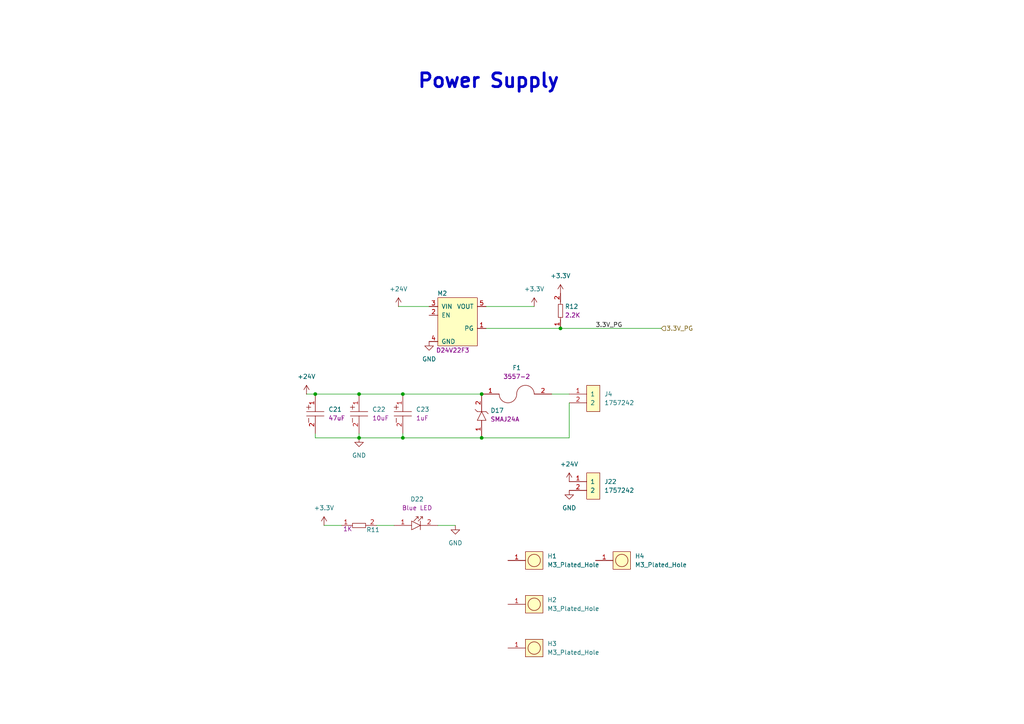
<source format=kicad_sch>
(kicad_sch (version 20231120) (generator "eeschema") (generator_version "8.0")
  (paper "A4")
  (lib_symbols
    (symbol "AVR-KiCAD-Lib-Capacitors:UUQ1H010MCL1GB" (pin_names (offset 1.016))
      (property "Reference" "C" (at -2.54 2.54 0))
      (property "_Value_" "1uF" (at 58.42 63.5 0))
      (symbol "UUQ1H010MCL1GB_0_1"
        (polyline (pts (xy -1.27 -1.27) (xy -1.27 -2.54)))
        (polyline (pts (xy -0.635 -1.905) (xy -1.905 -1.905)))
        (polyline (pts (xy 1.905 -1.905) (xy 3.175 -1.905)))
      )
      (symbol "UUQ1H010MCL1GB_1_1"
        (polyline (pts (xy 0 2.54) (xy 0 -2.54)))
        (polyline (pts (xy 1.27 2.54) (xy 1.27 -2.54)))
        (pin input line (at -5.08 0 0) (length 5.08) (name "~") (number "1"))
        (pin input line (at 6.35 0 180) (length 5.08) (name "~") (number "2"))
      )
    )
    (symbol "AVR-KiCAD-Lib-Capacitors:UUQ1H100MCL1GB" (pin_names (offset 1.016))
      (property "Reference" "C" (at -2.54 2.54 0))
      (property "_Value_" "10uF" (at 58.42 63.5 0))
      (symbol "UUQ1H100MCL1GB_0_1"
        (polyline (pts (xy -1.27 -1.27) (xy -1.27 -2.54)))
        (polyline (pts (xy -0.635 -1.905) (xy -1.905 -1.905)))
        (polyline (pts (xy 1.905 -1.905) (xy 3.175 -1.905)))
      )
      (symbol "UUQ1H100MCL1GB_1_1"
        (polyline (pts (xy 0 2.54) (xy 0 -2.54)))
        (polyline (pts (xy 1.27 2.54) (xy 1.27 -2.54)))
        (pin input line (at -5.08 0 0) (length 5.08) (name "~") (number "1"))
        (pin input line (at 6.35 0 180) (length 5.08) (name "~") (number "2"))
      )
    )
    (symbol "AVR-KiCAD-Lib-Capacitors:UUQ1H470MCL1GS" (pin_names (offset 1.016))
      (property "Reference" "C" (at -2.54 2.54 0))
      (property "_Value_" "47uF" (at 58.42 63.5 0))
      (symbol "UUQ1H470MCL1GS_0_1"
        (polyline (pts (xy -1.27 -1.27) (xy -1.27 -2.54)))
        (polyline (pts (xy -0.635 -1.905) (xy -1.905 -1.905)))
        (polyline (pts (xy 1.905 -1.905) (xy 3.175 -1.905)))
      )
      (symbol "UUQ1H470MCL1GS_1_1"
        (polyline (pts (xy 0 2.54) (xy 0 -2.54)))
        (polyline (pts (xy 1.27 2.54) (xy 1.27 -2.54)))
        (pin input line (at -5.08 0 0) (length 5.08) (name "~") (number "1"))
        (pin input line (at 6.35 0 180) (length 5.08) (name "~") (number "2"))
      )
    )
    (symbol "AVR-KiCAD-Lib-Connectors:1757242" (pin_names (offset 1.016))
      (property "Reference" "J" (at -1.27 -1.27 0))
      (property "Value" "1757242" (at 3.81 -11.43 0))
      (symbol "1757242_0_1"
        (rectangle (start 0 -2.54) (end 3.81 -10.16) (fill (type background)))
      )
      (symbol "1757242_1_1"
        (pin passive line (at -5.08 -5.08 0) (length 5.08) (name "1") (number "1"))
        (pin passive line (at -5.08 -7.62 0) (length 5.08) (name "2") (number "2"))
      )
    )
    (symbol "AVR-KiCAD-Lib-Diodes:LTST-C194TBKT" (pin_names (offset 1.016))
      (property "Reference" "D" (at -2.54 2.54 0))
      (property "_Value_" "Blue LED" (at 58.42 63.5 0))
      (symbol "LTST-C194TBKT_0_1"
        (polyline (pts (xy -0.635 1.27) (xy 0.635 2.54)))
        (polyline (pts (xy 0.635 2.54) (xy 0 2.54)))
        (polyline (pts (xy 0.635 2.54) (xy 0.635 1.905)))
        (polyline (pts (xy 1.27 -1.27) (xy 1.27 1.27)))
        (polyline (pts (xy 1.905 2.54) (xy 1.905 1.905)))
        (polyline (pts (xy 0.635 1.27) (xy 1.905 2.54) (xy 1.27 2.54)))
        (polyline (pts (xy -1.27 1.27) (xy -1.27 -1.27) (xy 1.27 0) (xy -1.27 1.27)))
      )
      (symbol "LTST-C194TBKT_1_1"
        (pin passive line (at -6.35 0 0) (length 5.08) (name "~") (number "1"))
        (pin passive line (at 6.35 0 180) (length 5.08) (name "~") (number "2"))
      )
    )
    (symbol "AVR-KiCAD-Lib-Diodes:SMAJ24A" (pin_names (offset 1.016))
      (property "Reference" "D" (at -2.54 2.54 0))
      (property "_Value_" "SMAJ24A" (at 58.42 63.5 0))
      (symbol "SMAJ24A_0_1"
        (polyline (pts (xy 1.27 -1.27) (xy 0.635 -1.905)))
        (polyline (pts (xy 1.27 1.27) (xy 1.27 -1.27)))
        (polyline (pts (xy 1.27 1.27) (xy 1.905 1.905)))
        (polyline (pts (xy -1.27 1.27) (xy -1.27 -1.27) (xy 1.27 0) (xy -1.27 1.27)))
      )
      (symbol "SMAJ24A_1_1"
        (pin passive line (at -6.35 0 0) (length 5.08) (name "~") (number "1"))
        (pin passive line (at 6.35 0 180) (length 5.08) (name "~") (number "2"))
      )
    )
    (symbol "AVR-KiCAD-Lib-Fuse-Holders:3557-2" (pin_names (offset 1.016))
      (property "Reference" "F" (at -6.35 6.35 0))
      (property "_Value_" "3557-2" (at -3.81 3.81 0))
      (symbol "3557-2_0_1"
        (arc (start -5.08 0) (mid -2.54 -2.529) (end 0 0))
        (arc (start 5.08 0) (mid 2.54 2.529) (end 0 0))
      )
      (symbol "3557-2_1_1"
        (pin passive line (at -10.16 0 0) (length 5.08) (name "~") (number "1"))
        (pin passive line (at 10.16 0 180) (length 5.08) (name "~") (number "2"))
      )
    )
    (symbol "AVR-KiCAD-Lib-Holes_Fasteners:M3_Plated_Hole" (pin_names (offset 1.016))
      (property "Reference" "H" (at -2.54 2.54 0))
      (property "Value" "M3_Plated_Hole" (at 1.27 5.08 0))
      (symbol "M3_Plated_Hole_0_0"
        (rectangle (start 0 2.54) (end 5.08 -2.54) (fill (type background)))
        (circle (center 2.54 0) (radius 1.8034))
      )
      (symbol "M3_Plated_Hole_1_1"
        (pin passive line (at -5.08 0 0) (length 5.08) (name "~") (number "1"))
      )
    )
    (symbol "AVR-KiCAD-Lib-Modules:D24V22F3" (pin_names (offset 1.016))
      (property "Reference" "M" (at 0 15.24 0))
      (property "_Value_" "D24V22F3" (at 5.08 -1.27 0))
      (symbol "D24V22F3_1_1"
        (rectangle (start 0 13.97) (end 11.43 0) (fill (type background)))
        (pin input line (at 13.97 5.08 180) (length 2.54) (name "PG") (number "1"))
        (pin input line (at -2.54 8.89 0) (length 2.54) (name "EN") (number "2"))
        (pin input line (at -2.54 11.43 0) (length 2.54) (name "VIN") (number "3"))
        (pin passive line (at -2.54 1.27 0) (length 2.54) (name "GND") (number "4"))
        (pin output line (at 13.97 11.43 180) (length 2.54) (name "VOUT") (number "5"))
      )
    )
    (symbol "AVR-KiCAD-Lib-Resistors:RC0402FR-071KL" (pin_names (offset 1.016))
      (property "Reference" "R" (at -2.54 2.54 0))
      (property "Value" "RC0402FR-071KL" (at 1.27 5.08 0))
      (property "_Value_" "1K" (at 58.42 63.5 0))
      (symbol "RC0402FR-071KL_0_1"
        (rectangle (start -1.905 0.635) (end 1.905 -0.635))
        (polyline (pts (xy -2.54 0) (xy -1.905 0)))
        (polyline (pts (xy -1.905 0) (xy -1.905 0)))
        (polyline (pts (xy 1.905 0) (xy 1.905 0)))
        (polyline (pts (xy 2.54 0) (xy 1.905 0)))
      )
      (symbol "RC0402FR-071KL_1_1"
        (pin passive line (at -5.08 0 0) (length 2.5146) (name "~") (number "1"))
        (pin passive line (at 5.08 0 180) (length 2.5146) (name "~") (number "2"))
      )
    )
    (symbol "AVR-KiCAD-Lib-Resistors:RC0603FR-072K2L" (pin_names (offset 1.016))
      (property "Reference" "R" (at -2.54 2.54 0))
      (property "Value" "RC0603FR-072K2L" (at 1.27 5.08 0))
      (property "_Value_" "2.2K" (at 58.42 63.5 0))
      (symbol "RC0603FR-072K2L_0_1"
        (rectangle (start -1.905 0.635) (end 1.905 -0.635))
        (polyline (pts (xy -2.54 0) (xy -1.905 0)))
        (polyline (pts (xy -1.905 0) (xy -1.905 0)))
        (polyline (pts (xy 1.905 0) (xy 1.905 0)))
        (polyline (pts (xy 2.54 0) (xy 1.905 0)))
      )
      (symbol "RC0603FR-072K2L_1_1"
        (pin passive line (at -5.08 0 0) (length 2.5146) (name "~") (number "1"))
        (pin passive line (at 5.08 0 180) (length 2.5146) (name "~") (number "2"))
      )
    )
    (symbol "power:+24V" (power) (pin_numbers hide) (pin_names (offset 0) hide)
      (property "Value" "+24V" (at 0 3.556 0))
      (symbol "+24V_0_1"
        (polyline (pts (xy -0.762 1.27) (xy 0 2.54)))
        (polyline (pts (xy 0 0) (xy 0 2.54)))
        (polyline (pts (xy 0 2.54) (xy 0.762 1.27)))
      )
      (symbol "+24V_1_1"
        (pin power_in line (at 0 0 90) (length 0) (name "~") (number "1"))
      )
    )
    (symbol "power:+3.3V" (power) (pin_names (offset 0))
      (property "Value" "+3.3V" (at 0 3.556 0))
      (symbol "+3.3V_0_1"
        (polyline (pts (xy -0.762 1.27) (xy 0 2.54)))
        (polyline (pts (xy 0 0) (xy 0 2.54)))
        (polyline (pts (xy 0 2.54) (xy 0.762 1.27)))
      )
      (symbol "+3.3V_1_1"
        (pin power_in line (at 0 0 90) (length 0) hide (name "+3.3V") (number "1"))
      )
    )
    (symbol "power:GND" (power) (pin_names (offset 0))
      (property "Value" "GND" (at 0 -3.81 0))
      (symbol "GND_0_1"
        (polyline (pts (xy 0 0) (xy 0 -1.27) (xy 1.27 -1.27) (xy 0 -2.54) (xy -1.27 -1.27) (xy 0 -1.27)))
      )
      (symbol "GND_1_1"
        (pin power_in line (at 0 0 270) (length 0) hide (name "GND") (number "1"))
      )
    )
  )
  (junction (at 116.84 127))
  (junction (at 139.7 114.3))
  (junction (at 116.84 114.3))
  (junction (at 139.7 127))
  (junction (at 104.14 114.3))
  (junction (at 91.44 114.3))
  (junction (at 162.56 95.25))
  (junction (at 104.14 127))
  (wire (pts (xy 116.84 114.3) (xy 139.7 114.3)))
  (wire (pts (xy 116.84 127) (xy 139.7 127)))
  (wire (pts (xy 162.56 95.25) (xy 191.77 95.25)))
  (wire (pts (xy 93.98 152.4) (xy 99.06 152.4)))
  (wire (pts (xy 91.44 127) (xy 91.44 125.73)))
  (wire (pts (xy 116.84 127) (xy 116.84 125.73)))
  (wire (pts (xy 104.14 114.3) (xy 116.84 114.3)))
  (wire (pts (xy 132.08 152.4) (xy 127 152.4)))
  (wire (pts (xy 104.14 127) (xy 104.14 125.73)))
  (wire (pts (xy 104.14 127) (xy 116.84 127)))
  (wire (pts (xy 115.57 88.9) (xy 124.46 88.9)))
  (wire (pts (xy 91.44 114.3) (xy 104.14 114.3)))
  (wire (pts (xy 139.7 127) (xy 165.1 127)))
  (wire (pts (xy 140.97 95.25) (xy 162.56 95.25)))
  (wire (pts (xy 109.22 152.4) (xy 114.3 152.4)))
  (wire (pts (xy 91.44 127) (xy 104.14 127)))
  (wire (pts (xy 88.9 114.3) (xy 91.44 114.3)))
  (wire (pts (xy 165.1 127) (xy 165.1 116.84)))
  (wire (pts (xy 140.97 88.9) (xy 154.94 88.9)))
  (wire (pts (xy 160.02 114.3) (xy 165.1 114.3)))
  (text "Power Supply " (at 120.904 25.908 0) (effects (font (size 4 4) (thickness 0.8) (bold yes)) (justify left bottom)))
  (label "3.3V_PG" (at 172.72 95.25 0))
  (hierarchical_label "3.3V_PG" (shape input) (at 191.77 95.25 0))
  (symbol (lib_id "AVR-KiCAD-Lib-Holes_Fasteners:M3_Plated_Hole") (at 152.4 162.56 0) (unit 1)
    (property "Reference" "H1" (at 158.75 161.2899 0) (effects (justify left)))
    (property "Value" "M3_Plated_Hole" (at 158.75 163.8299 0) (effects (justify left)))
    (property "Footprint" "AVR-KiCAD-Lib-Holes_Fasteners:M3_HOLE" (effects (hide yes)))
    (property "Cost QTY: 1" "*" (effects (hide yes)))
    (property "Cost QTY: 1000" "*" (effects (hide yes)))
    (property "Cost QTY: 2500" "*" (effects (hide yes)))
    (property "Cost QTY: 5000" "*" (effects (hide yes)))
    (property "Cost QTY: 10000" "*" (effects (hide yes)))
    (property "MFR" "*" (effects (hide yes)))
    (property "MFR#" "*" (effects (hide yes)))
    (property "Vendor" "*" (effects (hide yes)))
    (property "Vendor #" "*" (effects (hide yes)))
    (property "Designer" "*" (effects (hide yes)))
    (property "Height" "*" (effects (hide yes)))
    (property "Date Created" "*" (effects (hide yes)))
    (property "Date Modified" "*" (effects (hide yes)))
    (property "Lead-Free ?" "*" (effects (hide yes)))
    (property "RoHS Levels" "*" (effects (hide yes)))
    (property "Mounting" "*" (effects (hide yes)))
    (property "Pin Count #" "*" (effects (hide yes)))
    (property "Status" "*" (effects (hide yes)))
    (property "Tolerance" "*" (effects (hide yes)))
    (property "Type" "*" (effects (hide yes)))
    (property "Voltage" "*" (effects (hide yes)))
    (property "Package" "*" (effects (hide yes)))
    (property "_Value_" "M3 Hole" (effects (hide yes)))
    (property "Management_ID" "*" (effects (hide yes)))
    (property "Description_1" "Plated M3 Screw Hole" (effects (hide yes)))
  )
  (symbol (lib_id "AVR-KiCAD-Lib-Fuse-Holders:3557-2") (at 149.86 114.3 0) (unit 1)
    (property "Reference" "F1" (at 149.86 106.68 0))
    (property "Value" "3557-2" (effects (hide yes)))
    (property "Footprint" "AVR-KiCAD-Lib-Fuse-Holders:FUSE_3557-2" (effects (hide yes)))
    (property "Datasheet" "https://www.keyelco.com/userAssets/file/M65p41.pdf" (effects (hide yes)))
    (property "Description" "Fuse Block 30 A 500V 1 Circuit Blade Through Hole" (effects (hide yes)))
    (property "Cost QTY: 1" "1.31000" (effects (hide yes)))
    (property "Cost QTY: 1000" "0.63520" (effects (hide yes)))
    (property "Cost QTY: 2500" "0.53190" (effects (hide yes)))
    (property "Cost QTY: 5000" "0.51110" (effects (hide yes)))
    (property "Cost QTY: 10000" "*" (effects (hide yes)))
    (property "MFR" "Keystone Electronics" (effects (hide yes)))
    (property "MFR#" "3557-2" (effects (hide yes)))
    (property "Vendor" "Digikey" (effects (hide yes)))
    (property "Vendor #" "36-3557-2-ND" (effects (hide yes)))
    (property "Designer" "Adam Vadala-Roth" (effects (hide yes)))
    (property "Height" "7.4mm" (effects (hide yes)))
    (property "Date Created" "10/27/2024" (effects (hide yes)))
    (property "Date Modified" "10/27/2024" (effects (hide yes)))
    (property "Lead-Free ?" "Yes" (effects (hide yes)))
    (property "RoHS Levels" "1" (effects (hide yes)))
    (property "Mounting" "ThroughHole" (effects (hide yes)))
    (property "Pin Count #" "2" (effects (hide yes)))
    (property "Status" "Active" (effects (hide yes)))
    (property "Tolerance" "*" (effects (hide yes)))
    (property "Type" "Fuse Holder" (effects (hide yes)))
    (property "Voltage" "500V" (effects (hide yes)))
    (property "Package" "*" (effects (hide yes)))
    (property "_Value_" "3557-2" (at 149.86 109.22 0))
    (property "Management_ID" "*" (effects (hide yes)))
  )
  (symbol (lib_id "power:+3.3V") (at 162.56 85.09 0) (unit 1)
    (property "Reference" "#PWR036" (effects (hide yes)))
    (property "Value" "+3.3V" (at 162.56 80.01 0))
  )
  (symbol (lib_id "power:+24V") (at 88.9 114.3 0) (unit 1)
    (property "Reference" "#PWR037" (effects (hide yes)))
    (property "Value" "+24V" (at 88.9 109.22 0))
    (property "Description" "Power symbol creates a global label with name \"+24V\"" (effects (hide yes)))
  )
  (symbol (lib_id "AVR-KiCAD-Lib-Modules:D24V22F3") (at 127 100.33 0) (unit 1)
    (property "Reference" "M2" (at 128.27 85.09 0))
    (property "Value" "D24V22F3" (effects (hide yes)))
    (property "Footprint" "AVR-KiCAD-Lib-Modules:D24V22F12" (effects (hide yes)))
    (property "Datasheet" "https://www.pololu.com/product/2857" (effects (hide yes)))
    (property "Description" "DCDC Regulator Module 24-36V IN 3.3VDC OUT" (effects (hide yes)))
    (property "Cost QTY: 1" "11.95 " (effects (hide yes)))
    (property "Cost QTY: 1000" "*" (effects (hide yes)))
    (property "Cost QTY: 2500" "*" (effects (hide yes)))
    (property "Cost QTY: 5000" "*" (effects (hide yes)))
    (property "Cost QTY: 10000" "*" (effects (hide yes)))
    (property "MFR" "Pololu Robotics & Electronics" (effects (hide yes)))
    (property "MFR#" "D24V22F3" (effects (hide yes)))
    (property "Vendor" "Pololu Robotics & Electronics" (effects (hide yes)))
    (property "Vendor #" "D24V22F5" (effects (hide yes)))
    (property "Designer" "Adam Vadala-Roth" (effects (hide yes)))
    (property "Height" "6mm" (effects (hide yes)))
    (property "Date Created" "9/26/2023" (effects (hide yes)))
    (property "Date Modified" "9/26/2023" (effects (hide yes)))
    (property "Lead-Free ?" "Yes" (effects (hide yes)))
    (property "RoHS Levels" "1" (effects (hide yes)))
    (property "Mounting" "ThroughHole" (effects (hide yes)))
    (property "Pin Count #" "5" (effects (hide yes)))
    (property "Status" "Active" (effects (hide yes)))
    (property "Tolerance" "N/A" (effects (hide yes)))
    (property "Type" "Module" (effects (hide yes)))
    (property "Voltage" "36V IN 3.3V OUT" (effects (hide yes)))
    (property "Package" "Proprietary" (effects (hide yes)))
    (property "_Value_" "D24V22F3" (at 131.318 101.6 0))
    (property "Management_ID" "*" (effects (hide yes)))
  )
  (symbol (lib_id "AVR-KiCAD-Lib-Capacitors:UUQ1H100MCL1GB") (at 104.14 119.38 270) (unit 1)
    (property "Reference" "C22" (at 107.95 118.745 90) (effects (justify left)))
    (property "Value" "UUQ1H100MCL1GB" (effects (hide yes)))
    (property "Footprint" "AVR-KiCAD-Lib-Capacitors:CP_Elec_4x5.3" (effects (hide yes)))
    (property "Datasheet" "https://www.nichicon.co.jp/english/products/pdfs/e-uuq.pdf" (effects (hide yes)))
    (property "Description" "10µF 50V Aluminum Electrolytic Capacitors Radial, Can - SMD 1000 Hrs @ 105°C" (effects (hide yes)))
    (property "Cost QTY: 1" "0.72000" (effects (hide yes)))
    (property "Cost QTY: 1000" "0.24828" (effects (hide yes)))
    (property "Cost QTY: 2500" "*" (effects (hide yes)))
    (property "Cost QTY: 5000" "*" (effects (hide yes)))
    (property "Cost QTY: 10000" "*" (effects (hide yes)))
    (property "MFR" "Nichicon" (effects (hide yes)))
    (property "MFR#" "UUQ1H100MCL1GB" (effects (hide yes)))
    (property "Vendor" "Digikey" (effects (hide yes)))
    (property "Vendor #" "493-3208-1-ND" (effects (hide yes)))
    (property "Designer" "AVR" (effects (hide yes)))
    (property "Height" "5.4mm" (effects (hide yes)))
    (property "Date Created" "12/16/2019" (effects (hide yes)))
    (property "Date Modified" "12/16/2019" (effects (hide yes)))
    (property "Lead-Free ?" "Yes" (effects (hide yes)))
    (property "RoHS Levels" "1" (effects (hide yes)))
    (property "Mounting" "SMT" (effects (hide yes)))
    (property "Pin Count #" "2" (effects (hide yes)))
    (property "Status" "Active" (effects (hide yes)))
    (property "Tolerance" "20%" (effects (hide yes)))
    (property "Type" "Alu  Cap Audio" (effects (hide yes)))
    (property "Voltage" "50V" (effects (hide yes)))
    (property "Package" "Radial SMD" (effects (hide yes)))
    (property "_Value_" "10uF" (at 107.95 121.285 90) (effects (justify left)))
    (property "Management_ID" "*" (effects (hide yes)))
  )
  (symbol (lib_id "AVR-KiCAD-Lib-Diodes:SMAJ24A") (at 139.7 120.65 90) (unit 1)
    (property "Reference" "D17" (at 142.24 119.0624 90) (effects (justify right)))
    (property "Value" "SMAJ24A" (effects (hide yes)))
    (property "Footprint" "AVR-KiCAD-Lib-Diodes:SMAJ" (effects (hide yes)))
    (property "Datasheet" "https://www.bourns.com/docs/Product-Datasheets/SMAJ.pdf" (effects (hide yes)))
    (property "Description" "38.9V Clamp 10.3A Ipp Tvs Diode Surface Mount DO-214AC (SMA)" (effects (hide yes)))
    (property "Cost QTY: 1" "0.35000" (effects (hide yes)))
    (property "Cost QTY: 1000" "0.11149" (effects (hide yes)))
    (property "Cost QTY: 2500" "0.10122" (effects (hide yes)))
    (property "Cost QTY: 5000" "0.07250" (effects (hide yes)))
    (property "Cost QTY: 10000" "*" (effects (hide yes)))
    (property "MFR" "Bourns Inc." (effects (hide yes)))
    (property "MFR#" "SMAJ24A" (effects (hide yes)))
    (property "Vendor" "Digikey" (effects (hide yes)))
    (property "Vendor #" "SMAJ24ABTR-ND" (effects (hide yes)))
    (property "Designer" "Adam Vadala-Roth" (effects (hide yes)))
    (property "Height" "2.29mm" (effects (hide yes)))
    (property "Date Created" "10/27/2024" (effects (hide yes)))
    (property "Date Modified" "10/27/2024" (effects (hide yes)))
    (property "Lead-Free ?" "Yes" (effects (hide yes)))
    (property "RoHS Levels" "1" (effects (hide yes)))
    (property "Mounting" "SMT" (effects (hide yes)))
    (property "Pin Count #" "2" (effects (hide yes)))
    (property "Status" "Active" (effects (hide yes)))
    (property "Tolerance" "*" (effects (hide yes)))
    (property "Type" "Diode" (effects (hide yes)))
    (property "Voltage" "24V RS, 26.7V VB, 38.9V Clamp" (effects (hide yes)))
    (property "Package" "SMA" (effects (hide yes)))
    (property "_Value_" "SMAJ24A" (at 142.24 121.6024 90) (effects (justify right)))
    (property "Management_ID" "*" (effects (hide yes)))
  )
  (symbol (lib_id "AVR-KiCAD-Lib-Capacitors:UUQ1H010MCL1GB") (at 116.84 119.38 270) (unit 1)
    (property "Reference" "C23" (at 120.65 118.745 90) (effects (justify left)))
    (property "Value" "UUQ1H010MCL1GB" (effects (hide yes)))
    (property "Footprint" "AVR-KiCAD-Lib-Capacitors:CP_Elec_4x5.3" (effects (hide yes)))
    (property "Datasheet" "https://www.nichicon.co.jp/english/products/pdfs/e-uuq.pdf" (effects (hide yes)))
    (property "Description" "1µF 50V Aluminum Electrolytic Capacitors Radial, Can - SMD 1000 Hrs @ 105°C" (effects (hide yes)))
    (property "Cost QTY: 1" "0.47000" (effects (hide yes)))
    (property "Cost QTY: 1000" "0.32600" (effects (hide yes)))
    (property "Cost QTY: 2500" "*" (effects (hide yes)))
    (property "Cost QTY: 5000" "*" (effects (hide yes)))
    (property "Cost QTY: 10000" "*" (effects (hide yes)))
    (property "MFR" "Nichicon" (effects (hide yes)))
    (property "MFR#" "UUQ1H010MCL1GB" (effects (hide yes)))
    (property "Vendor" "Digikey" (effects (hide yes)))
    (property "Vendor #" "493-3207-1-ND" (effects (hide yes)))
    (property "Designer" "AVR" (effects (hide yes)))
    (property "Height" "5.4mm" (effects (hide yes)))
    (property "Date Created" "12/16/2019" (effects (hide yes)))
    (property "Date Modified" "12/16/2019" (effects (hide yes)))
    (property "Lead-Free ?" "Yes" (effects (hide yes)))
    (property "RoHS Levels" "1" (effects (hide yes)))
    (property "Mounting" "SMT" (effects (hide yes)))
    (property "Pin Count #" "2" (effects (hide yes)))
    (property "Status" "Active" (effects (hide yes)))
    (property "Tolerance" "20%" (effects (hide yes)))
    (property "Type" "Alu  Cap Audio" (effects (hide yes)))
    (property "Voltage" "50V" (effects (hide yes)))
    (property "Package" "Radial SMD" (effects (hide yes)))
    (property "_Value_" "1uF" (at 120.65 121.285 90) (effects (justify left)))
    (property "Management_ID" "*" (effects (hide yes)))
  )
  (symbol (lib_id "AVR-KiCAD-Lib-Resistors:RC0402FR-071KL") (at 104.14 152.4 0) (unit 1)
    (property "Reference" "R11" (at 108.204 153.67 0))
    (property "Value" "RC0402FR-071KL" (effects (hide yes)))
    (property "Footprint" "AVR-KiCAD-Lib-Resistors:R0402" (effects (hide yes)))
    (property "Datasheet" "https://www.yageo.com/upload/media/product/productsearch/datasheet/rchip/PYu-RC_Group_51_RoHS_L_10.pdf" (effects (hide yes)))
    (property "Description" "1 kOhms ±1% 0.063W, 1/16W Chip Resistor 0402 (1005 Metric) Moisture Resistant Thick Film" (effects (hide yes)))
    (property "Cost QTY: 1" "0.10000" (effects (hide yes)))
    (property "Cost QTY: 1000" "0.00289" (effects (hide yes)))
    (property "Cost QTY: 2500" "0.00251" (effects (hide yes)))
    (property "Cost QTY: 5000" "0.00207" (effects (hide yes)))
    (property "Cost QTY: 10000" "0.00163" (effects (hide yes)))
    (property "MFR" "Yageo" (effects (hide yes)))
    (property "MFR#" "RC0402FR-071KL" (effects (hide yes)))
    (property "Vendor" "Digikey" (effects (hide yes)))
    (property "Vendor #" "311-1.00KLRTR-ND" (effects (hide yes)))
    (property "Designer" "AVR" (effects (hide yes)))
    (property "Height" "0.4mm" (effects (hide yes)))
    (property "Date Created" "12/11/2019" (effects (hide yes)))
    (property "Date Modified" "12/11/2019" (effects (hide yes)))
    (property "Lead-Free ?" "Yes" (effects (hide yes)))
    (property "RoHS Levels" "1" (effects (hide yes)))
    (property "Mounting" "SMT" (effects (hide yes)))
    (property "Pin Count #" "2" (effects (hide yes)))
    (property "Status" "Active" (effects (hide yes)))
    (property "Tolerance" "1%" (effects (hide yes)))
    (property "Type" "Thick Film Resistor" (effects (hide yes)))
    (property "Voltage" "*" (effects (hide yes)))
    (property "Package" "0402" (effects (hide yes)))
    (property "_Value_" "1K" (at 100.838 153.416 0))
    (property "Management_ID" "*" (effects (hide yes)))
  )
  (symbol (lib_id "AVR-KiCAD-Lib-Holes_Fasteners:M3_Plated_Hole") (at 177.8 162.56 0) (unit 1)
    (property "Reference" "H4" (at 184.15 161.2899 0) (effects (justify left)))
    (property "Value" "M3_Plated_Hole" (at 184.15 163.8299 0) (effects (justify left)))
    (property "Footprint" "AVR-KiCAD-Lib-Holes_Fasteners:M3_HOLE" (effects (hide yes)))
    (property "Cost QTY: 1" "*" (effects (hide yes)))
    (property "Cost QTY: 1000" "*" (effects (hide yes)))
    (property "Cost QTY: 2500" "*" (effects (hide yes)))
    (property "Cost QTY: 5000" "*" (effects (hide yes)))
    (property "Cost QTY: 10000" "*" (effects (hide yes)))
    (property "MFR" "*" (effects (hide yes)))
    (property "MFR#" "*" (effects (hide yes)))
    (property "Vendor" "*" (effects (hide yes)))
    (property "Vendor #" "*" (effects (hide yes)))
    (property "Designer" "*" (effects (hide yes)))
    (property "Height" "*" (effects (hide yes)))
    (property "Date Created" "*" (effects (hide yes)))
    (property "Date Modified" "*" (effects (hide yes)))
    (property "Lead-Free ?" "*" (effects (hide yes)))
    (property "RoHS Levels" "*" (effects (hide yes)))
    (property "Mounting" "*" (effects (hide yes)))
    (property "Pin Count #" "*" (effects (hide yes)))
    (property "Status" "*" (effects (hide yes)))
    (property "Tolerance" "*" (effects (hide yes)))
    (property "Type" "*" (effects (hide yes)))
    (property "Voltage" "*" (effects (hide yes)))
    (property "Package" "*" (effects (hide yes)))
    (property "_Value_" "M3 Hole" (effects (hide yes)))
    (property "Management_ID" "*" (effects (hide yes)))
    (property "Description_1" "Plated M3 Screw Hole" (effects (hide yes)))
  )
  (symbol (lib_id "AVR-KiCAD-Lib-Holes_Fasteners:M3_Plated_Hole") (at 152.4 175.26 0) (unit 1)
    (property "Reference" "H2" (at 158.75 173.9899 0) (effects (justify left)))
    (property "Value" "M3_Plated_Hole" (at 158.75 176.5299 0) (effects (justify left)))
    (property "Footprint" "AVR-KiCAD-Lib-Holes_Fasteners:M3_HOLE" (effects (hide yes)))
    (property "Cost QTY: 1" "*" (effects (hide yes)))
    (property "Cost QTY: 1000" "*" (effects (hide yes)))
    (property "Cost QTY: 2500" "*" (effects (hide yes)))
    (property "Cost QTY: 5000" "*" (effects (hide yes)))
    (property "Cost QTY: 10000" "*" (effects (hide yes)))
    (property "MFR" "*" (effects (hide yes)))
    (property "MFR#" "*" (effects (hide yes)))
    (property "Vendor" "*" (effects (hide yes)))
    (property "Vendor #" "*" (effects (hide yes)))
    (property "Designer" "*" (effects (hide yes)))
    (property "Height" "*" (effects (hide yes)))
    (property "Date Created" "*" (effects (hide yes)))
    (property "Date Modified" "*" (effects (hide yes)))
    (property "Lead-Free ?" "*" (effects (hide yes)))
    (property "RoHS Levels" "*" (effects (hide yes)))
    (property "Mounting" "*" (effects (hide yes)))
    (property "Pin Count #" "*" (effects (hide yes)))
    (property "Status" "*" (effects (hide yes)))
    (property "Tolerance" "*" (effects (hide yes)))
    (property "Type" "*" (effects (hide yes)))
    (property "Voltage" "*" (effects (hide yes)))
    (property "Package" "*" (effects (hide yes)))
    (property "_Value_" "M3 Hole" (effects (hide yes)))
    (property "Management_ID" "*" (effects (hide yes)))
    (property "Description_1" "Plated M3 Screw Hole" (effects (hide yes)))
  )
  (symbol (lib_id "power:GND") (at 124.46 99.06 0) (unit 1)
    (property "Reference" "#PWR032" (effects (hide yes)))
    (property "Value" "GND" (at 124.46 104.14 0))
  )
  (symbol (lib_id "power:GND") (at 165.1 142.24 0) (unit 1)
    (property "Reference" "#PWR085" (effects (hide yes)))
    (property "Value" "GND" (at 165.1 147.32 0))
  )
  (symbol (lib_id "power:GND") (at 132.08 152.4 0) (unit 1)
    (property "Reference" "#PWR033" (effects (hide yes)))
    (property "Value" "GND" (at 132.08 157.48 0))
  )
  (symbol (lib_id "power:GND") (at 104.14 127 0) (unit 1)
    (property "Reference" "#PWR028" (effects (hide yes)))
    (property "Value" "GND" (at 104.14 132.08 0))
  )
  (symbol (lib_id "AVR-KiCAD-Lib-Holes_Fasteners:M3_Plated_Hole") (at 152.4 187.96 0) (unit 1)
    (property "Reference" "H3" (at 158.75 186.6899 0) (effects (justify left)))
    (property "Value" "M3_Plated_Hole" (at 158.75 189.2299 0) (effects (justify left)))
    (property "Footprint" "AVR-KiCAD-Lib-Holes_Fasteners:M3_HOLE" (effects (hide yes)))
    (property "Cost QTY: 1" "*" (effects (hide yes)))
    (property "Cost QTY: 1000" "*" (effects (hide yes)))
    (property "Cost QTY: 2500" "*" (effects (hide yes)))
    (property "Cost QTY: 5000" "*" (effects (hide yes)))
    (property "Cost QTY: 10000" "*" (effects (hide yes)))
    (property "MFR" "*" (effects (hide yes)))
    (property "MFR#" "*" (effects (hide yes)))
    (property "Vendor" "*" (effects (hide yes)))
    (property "Vendor #" "*" (effects (hide yes)))
    (property "Designer" "*" (effects (hide yes)))
    (property "Height" "*" (effects (hide yes)))
    (property "Date Created" "*" (effects (hide yes)))
    (property "Date Modified" "*" (effects (hide yes)))
    (property "Lead-Free ?" "*" (effects (hide yes)))
    (property "RoHS Levels" "*" (effects (hide yes)))
    (property "Mounting" "*" (effects (hide yes)))
    (property "Pin Count #" "*" (effects (hide yes)))
    (property "Status" "*" (effects (hide yes)))
    (property "Tolerance" "*" (effects (hide yes)))
    (property "Type" "*" (effects (hide yes)))
    (property "Voltage" "*" (effects (hide yes)))
    (property "Package" "*" (effects (hide yes)))
    (property "_Value_" "M3 Hole" (effects (hide yes)))
    (property "Management_ID" "*" (effects (hide yes)))
    (property "Description_1" "Plated M3 Screw Hole" (effects (hide yes)))
  )
  (symbol (lib_id "AVR-KiCAD-Lib-Connectors:1757242") (at 170.18 134.62 0) (unit 1)
    (property "Reference" "J22" (at 175.26 139.7 0) (effects (justify left)))
    (property "Value" "1757242" (at 175.26 142.24 0) (effects (justify left)))
    (property "Footprint" "AVR-KiCAD-Lib-Connectors:PhoenixContact_MSTBA-G_02x5.08mm_Angled" (effects (hide yes)))
    (property "Datasheet" "https://media.digikey.com/pdf/Data%20Sheets/Phoenix%20Contact%20PDFs/1757242.pdf" (effects (hide yes)))
    (property "Description" "2 Position Terminal Block Header, Male Pins, Shrouded (4 Side) 0.200\" (5.08mm) 90°, Right Angle  Through Hole" (effects (hide yes)))
    (property "Cost QTY: 1" "0.64000" (effects (hide yes)))
    (property "Cost QTY: 1000" "0.45518" (effects (hide yes)))
    (property "Cost QTY: 2500" "0.43375" (effects (hide yes)))
    (property "Cost QTY: 5000" "0.40698" (effects (hide yes)))
    (property "Cost QTY: 10000" "*" (effects (hide yes)))
    (property "MFR" "Phoenix Contact" (effects (hide yes)))
    (property "MFR#" "1757242" (effects (hide yes)))
    (property "Vendor" "Digikey" (effects (hide yes)))
    (property "Vendor #" "277-1106-ND" (effects (hide yes)))
    (property "Designer" "AVR" (effects (hide yes)))
    (property "Height" "12mm" (effects (hide yes)))
    (property "Date Created" "6/20/2020" (effects (hide yes)))
    (property "Date Modified" "6/20/2020" (effects (hide yes)))
    (property "Lead-Free ?" "Yes" (effects (hide yes)))
    (property "RoHS Levels" "1" (effects (hide yes)))
    (property "Mounting" "ThroughHole" (effects (hide yes)))
    (property "Pin Count #" "2" (effects (hide yes)))
    (property "Status" "Active" (effects (hide yes)))
    (property "Tolerance" "*" (effects (hide yes)))
    (property "Type" "Connector" (effects (hide yes)))
    (property "Voltage" "300V" (effects (hide yes)))
    (property "Package" "*" (effects (hide yes)))
    (property "_Value_" "1757242" (effects (hide yes)))
    (property "Management_ID" "*" (effects (hide yes)))
  )
  (symbol (lib_id "AVR-KiCAD-Lib-Capacitors:UUQ1H470MCL1GS") (at 91.44 119.38 270) (unit 1)
    (property "Reference" "C21" (at 95.25 118.745 90) (effects (justify left)))
    (property "Value" "UUQ1H470MCL1GS" (effects (hide yes)))
    (property "Footprint" "AVR-KiCAD-Lib-Capacitors:CP_Elec_8x10" (effects (hide yes)))
    (property "Datasheet" "https://www.nichicon.co.jp/english/products/pdfs/e-uuq.pdf" (effects (hide yes)))
    (property "Description" "47µF 50V Aluminum Electrolytic Capacitors Radial, Can - SMD 1000 Hrs @ 105°C" (effects (hide yes)))
    (property "Cost QTY: 1" "1.06000" (effects (hide yes)))
    (property "Cost QTY: 1000" "*" (effects (hide yes)))
    (property "Cost QTY: 2500" "*" (effects (hide yes)))
    (property "Cost QTY: 5000" "*" (effects (hide yes)))
    (property "Cost QTY: 10000" "*" (effects (hide yes)))
    (property "MFR" "Nichicon" (effects (hide yes)))
    (property "MFR#" "UUQ1H470MCL1GS" (effects (hide yes)))
    (property "Vendor" "Digikey" (effects (hide yes)))
    (property "Vendor #" "493-3212-1-ND" (effects (hide yes)))
    (property "Designer" "AVR" (effects (hide yes)))
    (property "Height" "6.2mm" (effects (hide yes)))
    (property "Date Created" "12/16/2019" (effects (hide yes)))
    (property "Date Modified" "12/16/2019" (effects (hide yes)))
    (property "Lead-Free ?" "Yes" (effects (hide yes)))
    (property "RoHS Levels" "1" (effects (hide yes)))
    (property "Mounting" "SMT" (effects (hide yes)))
    (property "Pin Count #" "2" (effects (hide yes)))
    (property "Status" "Active" (effects (hide yes)))
    (property "Tolerance" "20%" (effects (hide yes)))
    (property "Type" "Alu  Cap Audio" (effects (hide yes)))
    (property "Voltage" "50V" (effects (hide yes)))
    (property "Package" "Radial SMD" (effects (hide yes)))
    (property "_Value_" "47uF" (at 95.25 121.285 90) (effects (justify left)))
    (property "Management_ID" "*" (effects (hide yes)))
  )
  (symbol (lib_id "AVR-KiCAD-Lib-Connectors:1757242") (at 170.18 109.22 0) (unit 1)
    (property "Reference" "J4" (at 175.26 114.3 0) (effects (justify left)))
    (property "Value" "1757242" (at 175.26 116.84 0) (effects (justify left)))
    (property "Footprint" "AVR-KiCAD-Lib-Connectors:PhoenixContact_MSTBA-G_02x5.08mm_Angled" (effects (hide yes)))
    (property "Datasheet" "https://media.digikey.com/pdf/Data%20Sheets/Phoenix%20Contact%20PDFs/1757242.pdf" (effects (hide yes)))
    (property "Description" "2 Position Terminal Block Header, Male Pins, Shrouded (4 Side) 0.200\" (5.08mm) 90°, Right Angle  Through Hole" (effects (hide yes)))
    (property "Cost QTY: 1" "0.64000" (effects (hide yes)))
    (property "Cost QTY: 1000" "0.45518" (effects (hide yes)))
    (property "Cost QTY: 2500" "0.43375" (effects (hide yes)))
    (property "Cost QTY: 5000" "0.40698" (effects (hide yes)))
    (property "Cost QTY: 10000" "*" (effects (hide yes)))
    (property "MFR" "Phoenix Contact" (effects (hide yes)))
    (property "MFR#" "1757242" (effects (hide yes)))
    (property "Vendor" "Digikey" (effects (hide yes)))
    (property "Vendor #" "277-1106-ND" (effects (hide yes)))
    (property "Designer" "AVR" (effects (hide yes)))
    (property "Height" "12mm" (effects (hide yes)))
    (property "Date Created" "6/20/2020" (effects (hide yes)))
    (property "Date Modified" "6/20/2020" (effects (hide yes)))
    (property "Lead-Free ?" "Yes" (effects (hide yes)))
    (property "RoHS Levels" "1" (effects (hide yes)))
    (property "Mounting" "ThroughHole" (effects (hide yes)))
    (property "Pin Count #" "2" (effects (hide yes)))
    (property "Status" "Active" (effects (hide yes)))
    (property "Tolerance" "*" (effects (hide yes)))
    (property "Type" "Connector" (effects (hide yes)))
    (property "Voltage" "300V" (effects (hide yes)))
    (property "Package" "*" (effects (hide yes)))
    (property "_Value_" "1757242" (effects (hide yes)))
    (property "Management_ID" "*" (effects (hide yes)))
  )
  (symbol (lib_id "power:+3.3V") (at 154.94 88.9 0) (unit 1)
    (property "Reference" "#PWR034" (effects (hide yes)))
    (property "Value" "+3.3V" (at 154.94 83.82 0))
  )
  (symbol (lib_id "power:+24V") (at 165.1 139.7 0) (unit 1)
    (property "Reference" "#PWR084" (effects (hide yes)))
    (property "Value" "+24V" (at 165.1 134.62 0))
    (property "Description" "Power symbol creates a global label with name \"+24V\"" (effects (hide yes)))
  )
  (symbol (lib_id "power:+3.3V") (at 93.98 152.4 0) (unit 1)
    (property "Reference" "#PWR035" (effects (hide yes)))
    (property "Value" "+3.3V" (at 93.98 147.32 0))
  )
  (symbol (lib_id "AVR-KiCAD-Lib-Resistors:RC0603FR-072K2L") (at 162.56 90.17 90) (unit 1)
    (property "Reference" "R12" (at 163.83 88.8999 90) (effects (justify right)))
    (property "Value" "RC0603FR-072K2L" (effects (hide yes)))
    (property "Footprint" "AVR-KiCAD-Lib-Resistors:R0603" (effects (hide yes)))
    (property "Datasheet" "https://www.yageo.com/upload/media/product/products/datasheet/rchip/PYu-RC_Group_51_RoHS_L_12.pdf" (effects (hide yes)))
    (property "Description" "2.2 kOhms ±1% 0.1W, 1/10W Chip Resistor 0603 (1608 Metric) Moisture Resistant Thick Film" (effects (hide yes)))
    (property "Cost QTY: 1" "0.10000" (effects (hide yes)))
    (property "Cost QTY: 1000" "0.00532" (effects (hide yes)))
    (property "Cost QTY: 2500" "*" (effects (hide yes)))
    (property "Cost QTY: 5000" "0.00382" (effects (hide yes)))
    (property "Cost QTY: 10000" "0.00335" (effects (hide yes)))
    (property "MFR" "YAGEO" (effects (hide yes)))
    (property "MFR#" "RC0603FR-072K2L" (effects (hide yes)))
    (property "Vendor" "Digikey" (effects (hide yes)))
    (property "Vendor #" "311-2.20KHRTR-ND" (effects (hide yes)))
    (property "Designer" "Adam Vadala-Roth" (effects (hide yes)))
    (property "Height" "0.55mm" (effects (hide yes)))
    (property "Date Created" "3/8/2024" (effects (hide yes)))
    (property "Date Modified" "3/8/2024" (effects (hide yes)))
    (property "Lead-Free ?" "Yes" (effects (hide yes)))
    (property "RoHS Levels" "1" (effects (hide yes)))
    (property "Mounting" "SMT" (effects (hide yes)))
    (property "Pin Count #" "2" (effects (hide yes)))
    (property "Status" "Active" (effects (hide yes)))
    (property "Tolerance" "1%" (effects (hide yes)))
    (property "Type" "Resistor " (effects (hide yes)))
    (property "Voltage" "N/A" (effects (hide yes)))
    (property "Package" "0603" (effects (hide yes)))
    (property "_Value_" "2.2K" (at 163.83 91.4399 90) (effects (justify right)))
    (property "Management_ID" "*" (effects (hide yes)))
  )
  (symbol (lib_id "power:+24V") (at 115.57 88.9 0) (unit 1)
    (property "Reference" "#PWR039" (effects (hide yes)))
    (property "Value" "+24V" (at 115.57 83.82 0))
    (property "Description" "Power symbol creates a global label with name \"+24V\"" (effects (hide yes)))
  )
  (symbol (lib_id "AVR-KiCAD-Lib-Diodes:LTST-C194TBKT") (at 120.65 152.4 0) (unit 1)
    (property "Reference" "D22" (at 120.9675 144.78 0))
    (property "Value" "LTST-C194TBKT" (effects (hide yes)))
    (property "Footprint" "AVR-KiCAD-Lib-Diodes:LED0603" (effects (hide yes)))
    (property "Datasheet" "http://optoelectronics.liteon.com/upload/download/DS22-2010-0025/LTST-C194TBKT.PDF" (effects (hide yes)))
    (property "Description" "Blue 468nm LED Indication - Discrete 3.3V 0603 (1608 Metric)" (effects (hide yes)))
    (property "Cost QTY: 1" "0.42000" (effects (hide yes)))
    (property "Cost QTY: 1000" "0.07797" (effects (hide yes)))
    (property "Cost QTY: 2500" "*" (effects (hide yes)))
    (property "Cost QTY: 5000" "0.06102" (effects (hide yes)))
    (property "Cost QTY: 10000" "0.05424" (effects (hide yes)))
    (property "MFR" "Lite-On Inc." (effects (hide yes)))
    (property "MFR#" "LTST-C194TBKT" (effects (hide yes)))
    (property "Vendor" "Digikey" (effects (hide yes)))
    (property "Vendor #" "160-1837-2-ND" (effects (hide yes)))
    (property "Designer" "AVR" (effects (hide yes)))
    (property "Height" "0.45mm" (effects (hide yes)))
    (property "Date Created" "3/1/2020" (effects (hide yes)))
    (property "Date Modified" "3/1/2020" (effects (hide yes)))
    (property "Lead-Free ?" "Yes" (effects (hide yes)))
    (property "RoHS Levels" "1" (effects (hide yes)))
    (property "Mounting" "SMT" (effects (hide yes)))
    (property "Pin Count #" "2" (effects (hide yes)))
    (property "Status" "Active" (effects (hide yes)))
    (property "Tolerance" "*" (effects (hide yes)))
    (property "Type" "Blue LED Colorless" (effects (hide yes)))
    (property "Voltage" "3.3V" (effects (hide yes)))
    (property "Package" "0603" (effects (hide yes)))
    (property "_Value_" "Blue LED" (at 120.9675 147.32 0))
    (property "Management_ID" "*" (effects (hide yes)))
  )
)
</source>
